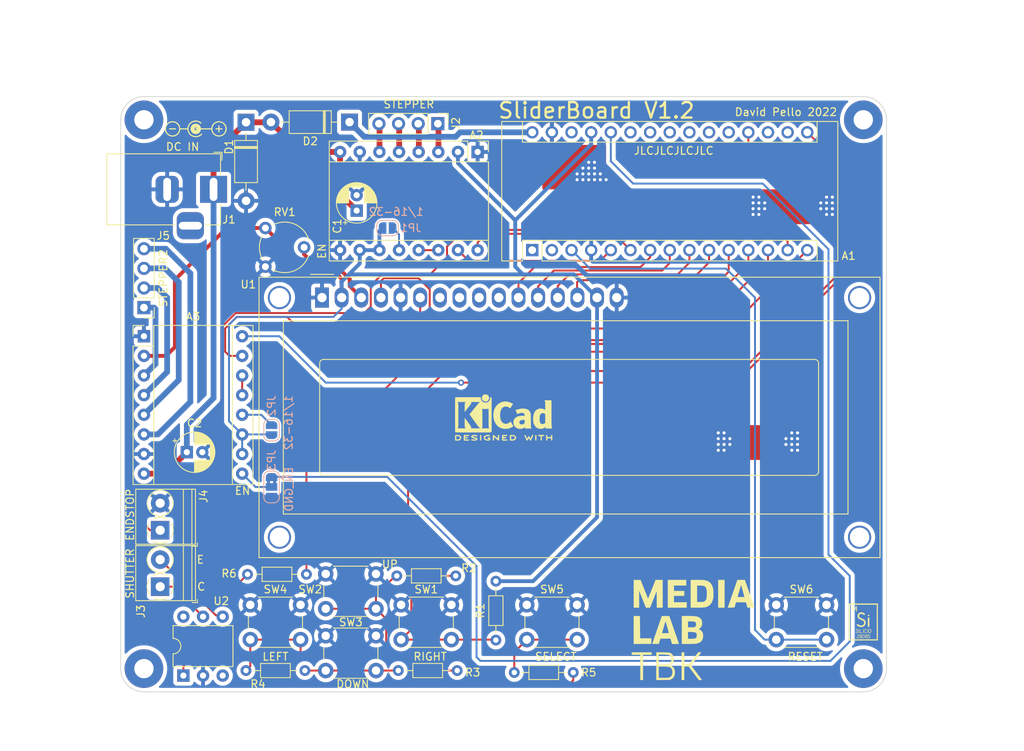
<source format=kicad_pcb>
(kicad_pcb (version 20211014) (generator pcbnew)
  (layers (0 "F.Cu" signal) (31 "B.Cu" signal) (34 "B.Paste" user) (35 "F.Paste" user) (36 "B.SilkS" user "B.Silkscreen") (37 "F.SilkS" user "F.Silkscreen") (38 "B.Mask" user) (39 "F.Mask" user) (44 "Edge.Cuts" user))
  (net 0 "")
  (net 3 "/RST")
  (net 4 "GND")
  (net 5 "/STEP")
  (net 6 "/DIR")
  (net 7 "/D4")
  (net 8 "/D5")
  (net 9 "/D6")
  (net 10 "/D7")
  (net 11 "/RS")
  (net 12 "/EN")
  (net 13 "/STEP2")
  (net 14 "/ENDSTOP")
  (net 15 "/CAM")
  (net 16 "/DIR2")
  (net 19 "/BUT")
  (net 26 "+5V")
  (net 28 "VDD")
  (net 29 "Net-(A2-Pad3)")
  (net 30 "Net-(A2-Pad4)")
  (net 31 "Net-(A2-Pad5)")
  (net 32 "Net-(A2-Pad6)")
  (net 33 "Net-(A2-Pad13)")
  (net 34 "Net-(A3-Pad13)")
  (net 35 "Net-(A2-Pad12)")
  (net 36 "Net-(A3-Pad12)")
  (net 37 "/M2_EN")
  (net 38 "Net-(R2-Pad2)")
  (net 39 "Net-(R3-Pad2)")
  (net 40 "Net-(R4-Pad2)")
  (net 41 "Net-(R5-Pad2)")
  (net 42 "Net-(R6-Pad2)")
  (net 43 "Net-(RV1-Pad2)")
  (net 50 "Net-(A3-Pad3)")
  (net 51 "Net-(A3-Pad4)")
  (net 52 "Net-(A3-Pad5)")
  (net 53 "Net-(A3-Pad6)")
  (net 54 "Net-(A1-Pad30)")
  (net 55 "Net-(A3-Pad9)")
  (net 56 "/C")
  (net 57 "/E")
  (footprint "Resistor_THT:R_Axial_DIN0204_L3.6mm_D1.6mm_P7.62mm_Horizontal" (layer "F.Cu") (at 136.5 137.69 -90)
    (fp_text reference "R1")
    (fp_text value "2K")
  )
  (footprint "Resistor_THT:R_Axial_DIN0204_L3.6mm_D1.6mm_P7.62mm_Horizontal" (layer "F.Cu") (at 112.01 136.8 180)
    (fp_text reference "R6")
    (fp_text value "330")
  )
  (footprint "TerminalBlock_Phoenix:TerminalBlock_Phoenix_PT-1,5-2-3.5-H_1x02_P3.50mm_Horizontal" (layer "F.Cu") (at 93.1 131.1 90)
    (fp_text reference "J4")
    (fp_text value "ENDSTOP")
  )
  (footprint "Potentiometer_THT:Potentiometer_Piher_PT-6-V_Vertical" (layer "F.Cu") (at 106.7 97)
    (fp_text reference "RV1")
    (fp_text value "10K")
  )
  (footprint "TerminalBlock_Phoenix:TerminalBlock_Phoenix_PT-1,5-2-3.5-H_1x02_P3.50mm_Horizontal" (layer "F.Cu") (at 93.1 138.4 90)
    (fp_text reference "J3")
    (fp_text value "SHUTTER")
  )
  (footprint "Module:Pololu_Breakout-16_15.2x20.3mm" (layer "F.Cu") (at 134.14 82.16 -90)
    (fp_text reference "A2")
    (fp_text value "Pololu_Breakout_A4988")
  )
  (footprint "Button_Switch_THT:SW_PUSH_6mm" (layer "F.Cu") (at 172.75 140.75)
    (fp_text reference "SW6")
    (fp_text value "RESET")
  )
  (footprint "Diode_THT:D_DO-41_SOD81_P10.16mm_Horizontal" (layer "F.Cu") (at 117.58 78.3 180)
    (fp_text reference "D2")
    (fp_text value "1N4004")
  )
  (footprint "" (layer "F.Cu") (at 184 149)
    (fp_text reference "")
    (fp_text value "")
  )
  (footprint "Display:WC1602A" (layer "F.Cu") (at 114.02 101)
    (fp_text reference "U1")
    (fp_text value "LCD-016N002L")
  )
  (footprint "Connector_PinHeader_2.54mm:PinHeader_1x04_P2.54mm_Vertical" (layer "F.Cu") (at 129 78.5 -90)
    (fp_text reference "J2")
    (fp_text value "STEPPER")
  )
  (footprint "Button_Switch_THT:SW_PUSH_6mm" (layer "F.Cu") (at 104.75 140.75)
    (fp_text reference "SW4")
    (fp_text value "LEFT")
  )
  (footprint "Resistor_THT:R_Axial_DIN0204_L3.6mm_D1.6mm_P7.62mm_Horizontal" (layer "F.Cu") (at 111.81 149.25 180)
    (fp_text reference "R4")
    (fp_text value "1K")
  )
  (footprint "MountingHole:MountingHole_2.5mm_Pad" (layer "F.Cu") (at 91 149)
    (fp_text reference "REF**" hide)
    (fp_text value "MountingHole_2.5mm_Pad" hide)
  )
  (footprint "Diode_THT:D_DO-41_SOD81_P10.16mm_Horizontal" (layer "F.Cu") (at 104.2 78.32 -90)
    (fp_text reference "D1")
    (fp_text value "1N4004")
  )
  (footprint "Module:Pololu_Breakout-16_15.2x20.3mm" (layer "F.Cu") (at 91 106)
    (fp_text reference "A3")
    (fp_text value "Pololu_Breakout_A4988")
  )
  (footprint "ladecadence:Si" (layer "F.Cu") (at 184 143)
    (fp_text reference "G***" hide)
    (fp_text value "LOGO" hide)
  )
  (footprint "Button_Switch_THT:SW_PUSH_6mm" (layer "F.Cu") (at 140.5 140.75)
    (fp_text reference "SW5")
    (fp_text value "SELECT")
  )
  (footprint "Button_Switch_THT:SW_PUSH_6mm" (layer "F.Cu") (at 114.5 144.75)
    (fp_text reference "SW3")
    (fp_text value "DOWN")
  )
  (footprint "Capacitor_THT:CP_Radial_D5.0mm_P2.00mm" (layer "F.Cu") (at 118.5 89.75 90)
    (fp_text reference "C1")
    (fp_text value "100uF")
  )
  (footprint "Resistor_THT:R_Axial_DIN0204_L3.6mm_D1.6mm_P7.62mm_Horizontal" (layer "F.Cu") (at 131.5 149.25 180)
    (fp_text reference "R3")
    (fp_text value "620")
  )
  (footprint "Button_Switch_THT:SW_PUSH_6mm" (layer "F.Cu") (at 124.25 140.75)
    (fp_text reference "SW1")
    (fp_text value "RIGHT")
  )
  (footprint "Symbol:Symbol_Barrel_Polarity" (layer "F.Cu") (at 97.7 79.1)
    (fp_text reference "REF**" hide)
    (fp_text value "Symbol_Barrel_Polarity" hide)
  )
  (footprint "Connector_BarrelJack:BarrelJack_Horizontal" (layer "F.Cu") (at 100 87)
    (fp_text reference "J1")
    (fp_text value "Jack-DC")
  )
  (footprint "Capacitor_THT:CP_Radial_D5.0mm_P2.00mm" (layer "F.Cu") (at 96.544888 121)
    (fp_text reference "C2")
    (fp_text value "100uF")
  )
  (footprint "Symbol:KiCad-Logo2_5mm_SilkScreen" (layer "F.Cu") (at 137.5 116.5)
    (fp_text reference "REF**" hide)
    (fp_text value "KiCad-Logo2_5mm_SilkScreen" hide)
  )
  (footprint "Resistor_THT:R_Axial_DIN0204_L3.6mm_D1.6mm_P7.62mm_Horizontal" (layer "F.Cu") (at 131.31 137 180)
    (fp_text reference "R2")
    (fp_text value "330")
  )
  (footprint "" (layer "F.Cu") (at 91 78)
    (fp_text reference "")
    (fp_text value "")
  )
  (footprint "Resistor_THT:R_Axial_DIN0204_L3.6mm_D1.6mm_P7.62mm_Horizontal" (layer "F.Cu") (at 146.5 149.5 180)
    (fp_text reference "R5")
    (fp_text value "3.3K")
  )
  (footprint "Package_DIP:DIP-6_W7.62mm" (layer "F.Cu") (at 96.1 149.9 90)
    (fp_text reference "U2")
    (fp_text value "4N35")
  )
  (footprint "Button_Switch_THT:SW_PUSH_6mm" (layer "F.Cu") (at 114.5 136.75)
    (fp_text reference "SW2")
    (fp_text value "UP")
  )
  (footprint "Medialab:medialab" (layer "F.Cu") (at 162 144)
    (fp_text reference "G***" hide)
    (fp_text value "LOGO" hide)
  )
  (footprint "Connector_PinHeader_2.54mm:PinHeader_1x04_P2.54mm_Vertical" (layer "F.Cu") (at 91 102.3 180)
    (fp_text reference "J5")
    (fp_text value "STEPPER2")
  )
  (footprint "" (layer "F.Cu") (at 184 78)
    (fp_text reference "")
    (fp_text value "")
  )
  (footprint "Module:Arduino_Nano" (layer "F.Cu") (at 141.2 94.86 90)
    (fp_text reference "A1")
    (fp_text value "Arduino_Nano_v3.x")
  )
  (footprint "Jumper:SolderJumper-2_P1.3mm_Open_RoundedPad1.0x1.5mm" (layer "B.Cu") (at 122.5 92)
    (fp_text reference "JP1")
    (fp_text value "1/16-32")
  )
  (footprint "Jumper:SolderJumper-2_P1.3mm_Open_RoundedPad1.0x1.5mm" (layer "B.Cu") (at 107.5 118.15 90)
    (fp_text reference "JP2")
    (fp_text value "1/16-32")
  )
  (footprint "Jumper:SolderJumper-3_P1.3mm_Bridged2Bar12_RoundedPad1.0x1.5mm" (layer "B.Cu") (at 107.5 125.5 -90)
    (fp_text reference "JP3")
    (fp_text value "EN_GND")
  )
  (gr_arc (start 88 78) (mid 88.886231 75.871156) (end 91.021319 75.000076) (layer "Edge.Cuts") (width 0.1))
  (gr_arc (start 91 152) (mid 88.87868 151.12132) (end 88 149) (layer "Edge.Cuts") (width 0.1))
  (gr_line (start 187 149) (end 187 78) (layer "Edge.Cuts") (width 0.1))
  (gr_line (start 91 152) (end 184 152) (layer "Edge.Cuts") (width 0.1))
  (gr_line (start 88 78) (end 88 149) (layer "Edge.Cuts") (width 0.1))
  (gr_arc (start 187 149) (mid 186.12132 151.12132) (end 184 152) (layer "Edge.Cuts") (width 0.1))
  (gr_arc (start 184 75) (mid 186.12132 75.87868) (end 187 78) (layer "Edge.Cuts") (width 0.1))
  (gr_line (start 184 75) (end 91.02132 75) (layer "Edge.Cuts") (width 0.1))
  (gr_text "E" (at 98.3 134.9) (layer "F.SilkS") (effects (font (size 1 1))))
  (gr_text "-" (at 94.7 79.1) (layer "F.SilkS") (effects (font (size 1 1))))
  (gr_text "SliderBoard V1.2\n" (at 149.5 76.8) (layer "F.SilkS") (effects (font (size 2 2) (thickness 0.3))))
  (gr_text "David Pello 2022" (at 174 77) (layer "F.SilkS") (effects (font (size 1 1))))
  (gr_text "C" (at 98.4 138.4) (layer "F.SilkS") (effects (font (size 1 1))))
  (gr_text "EN" (at 114 95 90) (layer "F.SilkS") (effects (font (size 1 1))))
  (gr_text "JLCJLCJLCJLC" (at 159.5 82) (layer "F.SilkS") (effects (font (size 1 1))))
  (gr_text "ENDSTOP" (at 89.2 129.1 90) (layer "F.SilkS") (effects (font (size 1 1))))
  (gr_text "+" (at 100.7 79.1) (layer "F.SilkS") (effects (font (size 1 1))))
  (gr_text "EN" (at 103.75 126) (layer "F.SilkS") (effects (font (size 1 1))))
  (gr_text "DC IN" (at 96 81.5) (layer "F.SilkS") (effects (font (size 1 1))))
  (gr_text "SHUTTER" (at 89.2 136.7 90) (layer "F.SilkS") (effects (font (size 1 1))))
  (segment (start 171.25 145.25) (end 170 144) (width 0.25) (layer "B.Cu") (net 3))
  (segment (start 170 101) (end 166.25 97.25) (width 0.25) (layer "B.Cu") (net 3))
  (segment (start 166.25 97.25) (end 148.67 97.25) (width 0.25) (layer "B.Cu") (net 3))
  (segment (start 172.75 145.25) (end 179.25 145.25) (width 0.25) (layer "B.Cu") (net 3))
  (segment (start 172.75 145.25) (end 171.25 145.25) (width 0.25) (layer "B.Cu") (net 3))
  (segment (start 170 144) (end 170 101) (width 0.25) (layer "B.Cu") (net 3))
  (segment (start 148.67 97.25) (end 146.28 94.86) (width 0.25) (layer "B.Cu") (net 3))
  (via (at 165.25 120.75) (size 0.8) (drill 0.4) (layers "F.Cu" "B.Cu") (net 4))
  (via (at 175.5 120) (size 0.8) (drill 0.4) (layers "F.Cu" "B.Cu") (net 4))
  (via (at 166 118.5) (size 0.8) (drill 0.4) (layers "F.Cu" "B.Cu") (net 4))
  (via (at 170.5 88.75) (size 0.8) (drill 0.4) (layers "F.Cu" "B.Cu") (net 4))
  (via (at 175.5 120.75) (size 0.8) (drill 0.4) (layers "F.Cu" "B.Cu") (net 4))
  (via (at 179.25 90.25) (size 0.8) (drill 0.4) (layers "F.Cu" "B.Cu") (net 4))
  (via (at 175.5 118.5) (size 0.8) (drill 0.4) (layers "F.Cu" "B.Cu") (net 4))
  (via (at 169.75 90.25) (size 0.8) (drill 0.4) (layers "F.Cu" "B.Cu") (net 4))
  (via (at 174.75 120) (size 0.8) (drill 0.4) (layers "F.Cu" "B.Cu") (net 4))
  (via (at 148.5 85.75) (size 0.8) (drill 0.4) (layers "F.Cu" "B.Cu") (net 4))
  (via (at 147 85) (size 0.8) (drill 0.4) (layers "F.Cu" "B.Cu") (net 4))
  (via (at 171.25 89.5) (size 0.8) (drill 0.4) (layers "F.Cu" "B.Cu") (net 4))
  (via (at 180 90.25) (size 0.8) (drill 0.4) (layers "F.Cu" "B.Cu") (net 4))
  (via (at 149.25 85) (size 0.8) (drill 0.4) (layers "F.Cu" "B.Cu") (net 4))
  (via (at 148.5 84.25) (size 0.8) (drill 0.4) (layers "F.Cu" "B.Cu") (net 4))
  (via (at 150 85.75) (size 0.8) (drill 0.4) (layers "F.Cu" "B.Cu") (net 4))
  (via (at 150 85) (size 0.8) (drill 0.4) (layers "F.Cu" "B.Cu") (net 4))
  (via (at 174.75 119.25) (size 0.8) (drill 0.4) (layers "F.Cu" "B.Cu") (net 4))
  (via (at 148.5 85) (size 0.8) (drill 0.4) (layers "F.Cu" "B.Cu") (net 4))
  (via (at 165.25 119.25) (size 0.8) (drill 0.4) (layers "F.Cu" "B.Cu") (net 4))
  (via (at 147.75 85.75) (size 0.8) (drill 0.4) (layers "F.Cu" "B.Cu") (net 4))
  (via (at 147.75 85) (size 0.8) (drill 0.4) (layers "F.Cu" "B.Cu") (net 4))
  (via (at 150.75 85.75) (size 0.8) (drill 0.4) (layers "F.Cu" "B.Cu") (net 4))
  (via (at 180 88) (size 0.8) (drill 0.4) (layers "F.Cu" "B.Cu") (net 4))
  (via (at 169.75 88.75) (size 0.8) (drill 0.4) (layers "F.Cu" "B.Cu") (net 4))
  (via (at 149.25 83.5) (size 0.8) (drill 0.4) (layers "F.Cu" "B.Cu") (net 4))
  (via (at 147.75 84.25) (size 0.8) (drill 0.4) (layers "F.Cu" "B.Cu") (net 4))
  (via (at 149.25 85.75) (size 0.8) (drill 0.4) (layers "F.Cu" "B.Cu") (net 4))
  (via (at 174 119.25) (size 0.8) (drill 0.4) (layers "F.Cu" "B.Cu") (net 4))
  (via (at 147 85.75) (size 0.8) (drill 0.4) (layers "F.Cu" "B.Cu") (net 4))
  (via (at 166 119.25) (size 0.8) (drill 0.4) (layers "F.Cu" "B.Cu") (net 4))
  (via (at 169.75 88) (size 0.8) (drill 0.4) (layers "F.Cu" "B.Cu") (net 4))
  (via (at 166 120) (size 0.8) (drill 0.4) (layers "F.Cu" "B.Cu") (net 4))
  (via (at 174.75 120.75) (size 0.8) (drill 0.4) (layers "F.Cu" "B.Cu") (net 4))
  (via (at 166.75 120) (size 0.8) (drill 0.4) (layers "F.Cu" "B.Cu") (net 4))
  (via (at 179.25 89.5) (size 0.8) (drill 0.4) (layers "F.Cu" "B.Cu") (net 4))
  (via (at 149.25 84.25) (size 0.8) (drill 0.4) (layers "F.Cu" "B.Cu") (net 4))
  (via (at 179.25 88.75) (size 0.8) (drill 0.4) (layers "F.Cu" "B.Cu") (net 4))
  (via (at 169.75 89.5) (size 0.8) (drill 0.4) (layers "F.Cu" "B.Cu") (net 4))
  (via (at 148.5 83.5) (size 0.8) (drill 0.4) (layers "F.Cu" "B.Cu") (net 4))
  (via (at 175.5 119.25) (size 0.8) (drill 0.4) (layers "F.Cu" "B.Cu") (net 4))
  (via (at 174 120) (size 0.8) (drill 0.4) (layers "F.Cu" "B.Cu") (net 4))
  (via (at 171.25 88.75) (size 0.8) (drill 0.4) (layers "F.Cu" "B.Cu") (net 4))
  (via (at 174.75 118.5) (size 0.8) (drill 0.4) (layers "F.Cu" "B.Cu") (net 4))
  (via (at 165.25 120) (size 0.8) (drill 0.4) (layers "F.Cu" "B.Cu") (net 4))
  (via (at 165.25 118.5) (size 0.8) (drill 0.4) (layers "F.Cu" "B.Cu") (net 4))
  (via (at 178.5 88.75) (size 0.8) (drill 0.4) (layers "F.Cu" "B.Cu") (net 4))
  (via (at 166.75 119.25) (size 0.8) (drill 0.4) (layers "F.Cu" "B.Cu") (net 4))
  (via (at 170.5 89.5) (size 0.8) (drill 0.4) (layers "F.Cu" "B.Cu") (net 4))
  (via (at 178.5 89.5) (size 0.8) (drill 0.4) (layers "F.Cu" "B.Cu") (net 4))
  (via (at 170.5 88) (size 0.8) (drill 0.4) (layers "F.Cu" "B.Cu") (net 4))
  (via (at 180 89.5) (size 0.8) (drill 0.4) (layers "F.Cu" "B.Cu") (net 4))
  (via (at 180 88.75) (size 0.8) (drill 0.4) (layers "F.Cu" "B.Cu") (net 4))
  (via (at 166 120.75) (size 0.8) (drill 0.4) (layers "F.Cu" "B.Cu") (net 4))
  (via (at 179.25 88) (size 0.8) (drill 0.4) (layers "F.Cu" "B.Cu") (net 4))
  (via (at 170.5 90.25) (size 0.8) (drill 0.4) (layers "F.Cu" "B.Cu") (net 4))
  (segment (start 149.97 96.25) (end 132.99 96.25) (width 0.25) (layer "F.Cu") (net 5))
  (segment (start 151.36 94.86) (end 149.97 96.25) (width 0.25) (layer "F.Cu") (net 5))
  (segment (start 132.99 96.25) (end 131.6 94.86) (width 0.25) (layer "F.Cu") (net 5))
  (segment (start 135.25 92.75) (end 134.14 93.86) (width 0.25) (layer "F.Cu") (net 6))
  (segment (start 153.9 94.86) (end 151.79 92.75) (width 0.25) (layer "F.Cu") (net 6))
  (segment (start 134.14 93.86) (end 134.14 94.86) (width 0.25) (layer "F.Cu") (net 6))
  (segment (start 151.79 92.75) (end 135.25 92.75) (width 0.25) (layer "F.Cu") (net 6))
  (segment (start 155.19952 97.05048) (end 156.44 95.81) (width 0.25) (layer "F.Cu") (net 7))
  (segment (start 141.5 97.05048) (end 139.42 99.13048) (width 0.25) (layer "F.Cu") (net 7))
  (segment (start 156.44 95.81) (end 156.44 94.86) (width 0.25) (layer "F.Cu") (net 7))
  (segment (start 141.5 97.05048) (end 155.19952 97.05048) (width 0.25) (layer "F.Cu") (net 7))
  (segment (start 139.42 99.13048) (end 139.42 101) (width 0.25) (layer "F.Cu") (net 7))
  (segment (start 158 97.5) (end 158.98 96.52) (width 0.25) (layer "F.Cu") (net 8))
  (segment (start 144 97.5) (end 158 97.5) (width 0.25) (layer "F.Cu") (net 8))
  (segment (start 141.96 101) (end 141.96 99.54) (width 0.25) (layer "F.Cu") (net 8))
  (segment (start 158.98 94.86) (end 158.98 96.52) (width 0.25) (layer "F.Cu") (net 8))
  (segment (start 144 97.5) (end 141.96 99.54) (width 0.25) (layer "F.Cu") (net 8))
  (segment (start 161.52 94.86) (end 161.52 96.48) (width 0.25) (layer "F.Cu") (net 9))
  (segment (start 146 98) (end 144.5 99.5) (width 0.25) (layer "F.Cu") (net 9))
  (segment (start 144.5 99.5) (end 144.5 101) (width 0.25) (layer "F.Cu") (net 9))
  (segment (start 161.52 96.48) (end 160 98) (width 0.25) (layer "F.Cu") (net 9))
  (segment (start 160 98) (end 146 98) (width 0.25) (layer "F.Cu") (net 9))
  (segment (start 147.25 98.75) (end 147 99) (width 0.25) (layer "F.Cu") (net 10))
  (segment (start 164.06 96.44) (end 161.75 98.75) (width 0.25) (layer "F.Cu") (net 10))
  (segment (start 147 99) (end 147 100.96) (width 0.25) (layer "F.Cu") (net 10))
  (segment (start 164.06 94.86) (end 164.06 96.44) (width 0.25) (layer "F.Cu") (net 10))
  (segment (start 161.75 98.75) (end 147.25 98.75) (width 0.25) (layer "F.Cu") (net 10))
  (segment (start 147 100.96) (end 147.04 101) (width 0.25) (layer "F.Cu") (net 10))
  (segment (start 127.94452 102.529712) (end 127.94452 99.94452) (width 0.25) (layer "F.Cu") (net 11))
  (segment (start 166.6 97.65) (end 159.25 105) (width 0.25) (layer "F.Cu") (net 11))
  (segment (start 126.5 98.5) (end 122 98.5) (width 0.25) (layer "F.Cu") (net 11))
  (segment (start 127.94452 99.94452) (end 126.5 98.5) (width 0.25) (layer "F.Cu") (net 11))
  (segment (start 166.6 94.86) (end 166.6 97.65) (width 0.25) (layer "F.Cu") (net 11))
  (segment (start 122 98.5) (end 121.64 98.86) (width 0.25) (layer "F.Cu") (net 11))
  (segment (start 159.25 105) (end 130.414808 105) (width 0.25) (layer "F.Cu") (net 11))
  (segment (start 121.64 98.86) (end 121.64 101) (width 0.25) (layer "F.Cu") (net 11))
  (segment (start 130.414808 105) (end 127.94452 102.529712) (width 0.25) (layer "F.Cu") (net 11))
  (segment (start 169.14 94.86) (end 169.14 96.61) (width 0.25) (layer "F.Cu") (net 12))
  (segment (start 126.72 104.22) (end 126.72 101) (width 0.25) (layer "F.Cu") (net 12))
  (segment (start 129 106.5) (end 126.72 104.22) (width 0.25) (layer "F.Cu") (net 12))
  (segment (start 169.14 96.61) (end 159.25 106.5) (width 0.25) (layer "F.Cu") (net 12))
  (segment (start 159.25 106.5) (end 129 106.5) (width 0.25) (layer "F.Cu") (net 12))
  (segment (start 103.7 108.54) (end 102.04 108.54) (width 0.25) (layer "F.Cu") (net 13))
  (segment (start 113 107) (end 161 107) (width 0.25) (layer "F.Cu") (net 13))
  (segment (start 171.68 96.32) (end 171.68 94.86) (width 0.25) (layer "F.Cu") (net 13))
  (segment (start 109.5 103.5) (end 113 107) (width 0.25) (layer "F.Cu") (net 13))
  (segment (start 103 103.5) (end 109.5 103.5) (width 0.25) (layer "F.Cu") (net 13))
  (segment (start 101.5 108) (end 101.5 105) (width 0.25) (layer "F.Cu") (net 13))
  (segment (start 101.5 105) (end 103 103.5) (width 0.25) (layer "F.Cu") (net 13))
  (segment (start 161 107) (end 171.68 96.32) (width 0.25) (layer "F.Cu") (net 13))
  (segment (start 102.04 108.54) (end 101.5 108) (width 0.25) (layer "F.Cu") (net 13))
  (segment (start 120.32452 99.443748) (end 121.717788 98.05048) (width 0.25) (layer "F.Cu") (net 14))
  (segment (start 91.3 125.3) (end 98.8 125.3) (width 0.25) (layer "F.Cu") (net 14))
  (segment (start 98.8 125.3) (end 101 123.1) (width 0.25) (layer "F.Cu") (net 14))
  (segment (start 172.75 92.25) (end 174.22 93.72) (width 0.25) (layer "F.Cu") (net 14))
  (segment (start 130.184511 94.394211) (end 132.328722 92.25) (width 0.25) (layer "F.Cu") (net 14))
  (segment (start 121.717788 98.05048) (end 127.94952 98.05048) (width 0.25) (layer "F.Cu") (net 14))
  (segment (start 120.32452 102.17548) (end 120.32452 99.443748) (width 0.25) (layer "F.Cu") (net 14))
  (segment (start 101 123.1) (end 101 104.864282) (width 0.25) (layer "F.Cu") (net 14))
  (segment (start 93.1 131.1) (end 91.8 131.1) (width 0.25) (layer "F.Cu") (net 14))
  (segment (start 119.5 103) (end 120.32452 102.17548) (width 0.25) (layer "F.Cu") (net 14))
  (segment (start 101 104.864282) (end 102.864282 103) (width 0.25) (layer "F.Cu") (net 14))
  (segment (start 90.3 129.6) (end 90.3 126.3) (width 0.25) (layer "F.Cu") (net 14))
  (segment (start 91.8 131.1) (end 90.3 129.6) (width 0.25) (layer "F.Cu") (net 14))
  (segment (start 130.184511 95.815489) (end 130.184511 94.394211) (width 0.25) (layer "F.Cu") (net 14))
  (segment (start 102.864282 103) (end 119.5 103) (width 0.25) (layer "F.Cu") (net 14))
  (segment (start 132.328722 92.25) (end 172.75 92.25) (width 0.25) (layer "F.Cu") (net 14))
  (segment (start 174.22 93.72) (end 174.22 94.86) (width 0.25) (layer "F.Cu") (net 14))
  (segment (start 127.94952 98.05048) (end 130.184511 95.815489) (width 0.25) (layer "F.Cu") (net 14))
  (segment (start 90.3 126.3) (end 91.3 125.3) (width 0.25) (layer "F.Cu") (net 14))
  (segment (start 112.01 122.99) (end 112.01 136.8) (width 0.25) (layer "F.Cu") (net 15))
  (segment (start 163.62 108) (end 127 108) (width 0.25) (layer "F.Cu") (net 15))
  (segment (start 127 108) (end 112.01 122.99) (width 0.25) (layer "F.Cu") (net 15))
  (segment (start 176.76 94.86) (end 163.62 108) (width 0.25) (layer "F.Cu") (net 15))
  (segment (start 134.5 112) (end 132 112) (width 0.25) (layer "F.Cu") (net 16))
  (segment (start 182 97.5) (end 167.5 112) (width 0.25) (layer "F.Cu") (net 16))
  (segment (start 181.64 84.5) (end 182 84.86) (width 0.25) (layer "F.Cu") (net 16))
  (segment (start 182 84.86) (end 182 97.5) (width 0.25) (layer "F.Cu") (net 16))
  (segment (start 167.5 112) (end 134.5 112) (width 0.25) (layer "F.Cu") (net 16))
  (segment (start 176.76 79.62) (end 181.64 84.5) (width 0.25) (layer "F.Cu") (net 16))
  (via (at 132 112) (size 0.8) (drill 0.4) (layers "F.Cu" "B.Cu") (net 16))
  (segment (start 114.5 112) (end 108.5 106) (width 0.25) (layer "B.Cu") (net 16))
  (segment (start 132 112) (end 114.5 112) (width 0.25) (layer "B.Cu") (net 16))
  (segment (start 108.5 106) (end 103.7 106) (width 0.25) (layer "B.Cu") (net 16))
  (segment (start 168.25 110.5) (end 181.5 97.25) (width 0.25) (layer "F.Cu") (net 19))
  (segment (start 131.31 137) (end 125.999022 137) (width 0.25) (layer "F.Cu") (net 19))
  (segment (start 181.5 86) (end 177.5 82) (width 0.25) (layer "F.Cu") (net 19))
  (segment (start 125.574511 143.925489) (end 125.574511 137.424511) (width 0.25) (layer "F.Cu") (net 19))
  (segment (start 181.5 97.25) (end 181.5 86) (width 0.25) (layer "F.Cu") (net 19))
  (segment (start 124.25 145.25) (end 125.574511 143.925489) (width 0.25) (layer "F.Cu") (net 19))
  (segment (start 169.75 82) (end 169.14 81.39) (width 0.25) (layer "F.Cu") (net 19))
  (segment (start 125.574511 137.424511) (end 125.15 137) (width 0.25) (layer "F.Cu") (net 19))
  (segment (start 125.999022 137) (end 125.574511 137.424511) (width 0.25) (layer "F.Cu") (net 19))
  (segment (start 125.15 137) (end 125.15 115.35) (width 0.25) (layer "F.Cu") (net 19))
  (segment (start 130.75 145.25) (end 136.44 145.25) (width 0.25) (layer "F.Cu") (net 19))
  (segment (start 130.75 145.25) (end 124.25 145.25) (width 0.25) (layer "F.Cu") (net 19))
  (segment (start 130 110.5) (end 168.25 110.5) (width 0.25) (layer "F.Cu") (net 19))
  (segment (start 169.14 81.39) (end 169.14 79.62) (width 0.25) (layer "F.Cu") (net 19))
  (segment (start 136.44 145.25) (end 136.5 145.31) (width 0.25) (layer "F.Cu") (net 19))
  (segment (start 177.5 82) (end 169.75 82) (width 0.25) (layer "F.Cu") (net 19))
  (segment (start 125.15 115.35) (end 130 110.5) (width 0.25) (layer "F.Cu") (net 19))
  (segment (start 112.38 97.68) (end 106.7 92) (width 0.5) (layer "F.Cu") (net 26))
  (segment (start 116.56 101) (end 116.56 98.56) (width 0.5) (layer "F.Cu") (net 26))
  (segment (start 115.68 97.68) (end 112.38 97.68) (width 0.5) (layer "F.Cu") (net 26))
  (segment (start 93.86 108.54) (end 91 108.54) (width 0.5) (layer "F.Cu") (net 26))
  (segment (start 116.56 98.56) (end 115.68 97.68) (width 0.5) (layer "F.Cu") (net 26))
  (segment (start 101.7 92) (end 95 98.7) (width 0.5) (layer "F.Cu") (net 26))
  (segment (start 106.7 92) (end 101.7 92) (width 0.5) (layer "F.Cu") (net 26))
  (segment (start 95 107.4) (end 93.86 108.54) (width 0.5) (layer "F.Cu") (net 26))
  (segment (start 95 98.7) (end 95 107.4) (width 0.5) (layer "F.Cu") (net 26))
  (segment (start 146.2 83.8) (end 148.82 81.18) (width 0.5) (layer "B.Cu") (net 26))
  (segment (start 140 98) (end 139 97) (width 0.5) (layer "B.Cu") (net 26))
  (segment (start 121.44 92.41) (end 121.85 92) (width 0.5) (layer "B.Cu") (net 26))
  (segment (start 149.58 101) (end 149.58 129.42) (width 0.5) (layer "B.Cu") (net 26))
  (segment (start 103.7 118.7) (end 107.4 118.7) (width 0.25) (layer "B.Cu") (net 26))
  (segment (start 115.5 103.5) (end 103 103.5) (width 0.25) (layer "B.Cu") (net 26))
  (segment (start 148.82 81.18) (end 148.82 79.62) (width 0.5) (layer "B.Cu") (net 26))
  (segment (start 117.5 98) (end 118.9 96.6) (width 0.5) (layer "B.Cu") (net 26))
  (segment (start 149.58 129.42) (end 141.31 137.69) (width 0.5) (layer "B.Cu") (net 26))
  (segment (start 116.56 99.06) (end 116.56 101) (width 0.5) (layer "B.Cu") (net 26))
  (segment (start 103.7 118.7) (end 103.7 121.24) (width 0.25) (layer "B.Cu") (net 26))
  (segment (start 118.9 96.6) (end 118.9 94.86) (width 0.5) (layer "B.Cu") (net 26))
  (segment (start 121.44 94.86) (end 121.44 92.41) (width 0.5) (layer "B.Cu") (net 26))
  (segment (start 118.9 94.86) (end 121.44 94.86) (width 0.5) (layer "B.Cu") (net 26))
  (segment (start 140 98) (end 117.5 98) (width 0.5) (layer "B.Cu") (net 26))
  (segment (start 131.6 83.6) (end 139 91) (width 0.5) (layer "B.Cu") (net 26))
  (segment (start 146.58 98) (end 140 98) (width 0.5) (layer "B.Cu") (net 26))
  (segment (start 131.6 82.16) (end 131.6 83.6) (width 0.5) (layer "B.Cu") (net 26))
  (segment (start 107.4 118.7) (end 107.5 118.8) (width 0.25) (layer "B.Cu") (net 26))
  (segment (start 139 97) (end 139 91) (width 0.5) (layer "B.Cu") (net 26))
  (segment (start 102 104.5) (end 102 117) (width 0.25) (layer "B.Cu") (net 26))
  (segment (start 116.56 102.44) (end 115.5 103.5) (width 0.25) (layer "B.Cu") (net 26))
  (segment (start 139 91) (end 146.2 83.8) (width 0.5) (layer "B.Cu") (net 26))
  (segment (start 116.5 99) (end 116.56 99.06) (width 0.5) (layer "B.Cu") (net 26))
  (segment (start 117.5 98) (end 116.5 99) (width 0.5) (layer "B.Cu") (net 26))
  (segment (start 102 117) (end 103.7 118.7) (width 0.25) (layer "B.Cu") (net 26))
  (segment (start 103 103.5) (end 102 104.5) (width 0.25) (layer "B.Cu") (net 26))
  (segment (start 116.56 101) (end 116.56 102.44) (width 0.25) (layer "B.Cu") (net 26))
  (segment (start 141.31 137.69) (end 136.5 137.69) (width 0.5) (layer "B.Cu") (net 26))
  (segment (start 149.58 101) (end 146.58 98) (width 0.5) (layer "B.Cu") (net 26))
  (segment (start 116.36 82.16) (end 111.28 82.16) (width 0.75) (layer "F.Cu") (net 28))
  (segment (start 100 82.52) (end 104.2 78.32) (width 0.75) (layer "F.Cu") (net 28))
  (segment (start 116.36 87.61) (end 118.5 89.75) (width 0.75) (layer "F.Cu") (net 28))
  (segment (start 100 87) (end 100 82.52) (width 0.75) (layer "F.Cu") (net 28))
  (segment (start 93.764888 123.78) (end 96.544888 121) (width 0.75) (layer "F.Cu") (net 28))
  (segment (start 111.28 82.16) (end 107.42 78.3) (width 0.75) (layer "F.Cu") (net 28))
  (segment (start 91 123.78) (end 93.764888 123.78) (width 0.75) (layer "F.Cu") (net 28))
  (segment (start 104.2 78.32) (end 107.4 78.32) (width 0.75) (layer "F.Cu") (net 28))
  (segment (start 107.4 78.32) (end 107.42 78.3) (width 0.75) (layer "F.Cu") (net 28))
  (segment (start 116.36 82.16) (end 116.36 87.61) (width 0.75) (layer "F.Cu") (net 28))
  (segment (start 100 114) (end 100 87) (width 0.75) (layer "B.Cu") (net 28))
  (segment (start 96.544888 117.455112) (end 100 114) (width 0.75) (layer "B.Cu") (net 28))
  (segment (start 96.544888 121) (end 96.544888 117.455112) (width 0.75) (layer "B.Cu") (net 28))
  (segment (start 129 78.5) (end 129.08 78.58) (width 0.75) (layer "F.Cu") (net 29))
  (segment (start 129.08 82.14) (end 129.06 82.16) (width 0.75) (layer "F.Cu") (net 29))
  (segment (start 129.08 78.58) (end 129.08 82.14) (width 0.75) (layer "F.Cu") (net 29))
  (segment (start 126.46 78.5) (end 126.54 78.58) (width 0.75) (layer "F.Cu") (net 30))
  (segment (start 126.54 82.14) (end 126.52 82.16) (width 0.75) (layer "F.Cu") (net 30))
  (segment (start 126.54 78.58) (end 126.54 82.14) (width 0.75) (layer "F.Cu") (net 30))
  (segment (start 124 78.58) (end 124 82.14) (width 0.75) (layer "F.Cu") (net 31))
  (segment (start 123.92 78.5) (end 124 78.58) (width 0.75) (layer "F.Cu") (net 31))
  (segment (start 124 82.14) (end 123.98 82.16) (width 0.75) (layer "F.Cu") (net 31))
  (segment (start 121.46 82.14) (end 121.44 82.16) (width 0.75) (layer "F.Cu") (net 32))
  (segment (start 121.46 78.58) (end 121.46 82.14) (width 0.75) (layer "F.Cu") (net 32))
  (segment (start 121.38 78.5) (end 121.46 78.58) (width 0.75) (layer "F.Cu") (net 32))
  (segment (start 126.52 94.86) (end 129.06 94.86) (width 0.25) (layer "F.Cu") (net 33))
  (segment (start 103.7 111.08) (end 103.7 113.62) (width 0.25) (layer "F.Cu") (net 34))
  (segment (start 123.15 92) (end 123.98 92.83) (width 0.25) (layer "B.Cu") (net 35))
  (segment (start 123.98 92.83) (end 123.98 94.86) (width 0.25) (layer "B.Cu") (net 35))
  (segment (start 107.5 117.5) (end 106.16 116.16) (width 0.25) (layer "B.Cu") (net 36))
  (segment (start 106.16 116.16) (end 103.7 116.16) (width 0.25) (layer "B.Cu") (net 36))
  (segment (start 134.5 148) (end 179.75 148) (width 0.25) (layer "B.Cu") (net 37))
  (segment (start 134 135.75) (end 134 147.5) (width 0.25) (layer "B.Cu") (net 37))
  (segment (start 122.45 124.2) (end 134 135.75) (width 0.25) (layer "B.Cu") (net 37))
  (segment (start 182.25 145.5) (end 182.25 137) (width 0.25) (layer "B.Cu") (net 37))
  (segment (start 154.25 86.25) (end 151.36 83.36) (width 0.25) (layer "B.Cu") (net 37))
  (segment (start 151.36 83.36) (end 151.36 79.62) (width 0.25) (layer "B.Cu") (net 37))
  (segment (start 179.5 134.25) (end 179.5 94.75) (width 0.25) (layer "B.Cu") (net 37))
  (segment (start 171 86.25) (end 154.25 86.25) (width 0.25) (layer "B.Cu") (net 37))
  (segment (start 182.25 137) (end 179.5 134.25) (width 0.25) (layer "B.Cu") (net 37))
  (segment (start 179.75 148) (end 182.25 145.5) (width 0.25) (layer "B.Cu") (net 37))
  (segment (start 134 147.5) (end 134.5 148) (width 0.25) (layer "B.Cu") (net 37))
  (segment (start 179.5 94.75) (end 171 86.25) (width 0.25) (layer "B.Cu") (net 37))
  (segment (start 107.5 124.2) (end 122.45 124.2) (width 0.25) (layer "B.Cu") (net 37))
  (segment (start 121 141.25) (end 121 139.5) (width 0.25) (layer "F.Cu") (net 38))
  (segment (start 121 139.5) (end 123.5 137) (width 0.25) (layer "F.Cu") (net 38))
  (segment (start 123.5 137) (end 123.69 137) (width 0.25) (layer "F.Cu") (net 38))
  (segment (start 122.324511 146.749511) (end 122.324511 142.574511) (width 0.25) (layer "F.Cu") (net 38))
  (segment (start 114.5 141.25) (end 121 141.25) (width 0.25) (layer "F.Cu") (net 38))
  (segment (start 122.324511 142.574511) (end 121 141.25) (width 0.25) (layer "F.Cu") (net 38))
  (segment (start 123.075 147.5) (end 122.324511 146.749511) (width 0.25) (layer "F.Cu") (net 38))
  (segment (start 125 147.5) (end 123.075 147.5) (width 0.25) (layer "F.Cu") (net 38))
  (segment (start 131.5 149.25) (end 126.75 149.25) (width 0.25) (layer "F.Cu") (net 38))
  (segment (start 126.75 149.25) (end 125 147.5) (width 0.25) (layer "F.Cu") (net 38))
  (segment (start 112.15 149.25) (end 114.5 149.25) (width 0.25) (layer "F.Cu") (net 39))
  (segment (start 114.5 149.25) (end 121 149.25) (width 0.25) (layer "F.Cu") (net 39))
  (segment (start 121 149.25) (end 123.88 149.25) (width 0.25) (layer "F.Cu") (net 39))
  (segment (start 111.25 145.25) (end 111.25 146.75) (width 0.25) (layer "F.Cu") (net 40))
  (segment (start 104.75 145.25) (end 111.25 145.25) (width 0.25) (layer "F.Cu") (net 40))
  (segment (start 111.25 146.75) (end 110.5 147.5) (width 0.25) (layer "F.Cu") (net 40))
  (segment (start 111 151) (end 146 151) (width 0.25) (layer "F.Cu") (net 40))
  (segment (start 110.5 147.5) (end 110.5 150.5) (width 0.25) (layer "F.Cu") (net 40))
  (segment (start 104.75 145.25) (end 104.75 148.69) (width 0.25) (layer "F.Cu") (net 40))
  (segment (start 104.75 148.69) (end 104.19 149.25) (width 0.25) (layer "F.Cu") (net 40))
  (segment (start 146.5 150.5) (end 146.5 149.5) (width 0.25) (layer "F.Cu") (net 40))
  (segment (start 146 151) (end 146.5 150.5) (width 0.25) (layer "F.Cu") (net 40))
  (segment (start 110.5 150.5) (end 111 151) (width 0.25) (layer "F.Cu") (net 40))
  (segment (start 147 145.25) (end 140.5 145.25) (width 0.25) (layer "F.Cu") (net 41))
  (segment (start 138.88 146.87) (end 140.5 145.25) (width 0.25) (layer "F.Cu") (net 41))
  (segment (start 138.88 149.5) (end 138.88 146.87) (width 0.25) (layer "F.Cu") (net 41))
  (segment (start 96.1 148.7) (end 96.1 149.9) (width 0.25) (layer "F.Cu") (net 42))
  (segment (start 101.4 147.9) (end 96.9 147.9) (width 0.25) (layer "F.Cu") (net 42))
  (segment (start 96.9 147.9) (end 96.1 148.7) (width 0.25) (layer "F.Cu") (net 42))
  (segment (start 104.39 136.8) (end 102.7 138.49) (width 0.25) (layer "F.Cu") (net 42))
  (segment (start 102.7 138.49) (end 102.7 146.6) (width 0.25) (layer "F.Cu") (net 42))
  (segment (start 102.7 146.6) (end 101.4 147.9) (width 0.25) (layer "F.Cu") (net 42))
  (segment (start 112.9 96.6) (end 111.7 95.4) (width 0.5) (layer "F.Cu") (net 43))
  (segment (start 115.589949 96.6) (end 112.9 96.6) (width 0.5) (layer "F.Cu") (net 43))
  (segment (start 117.609511 99.509511) (end 117.609511 98.619562) (width 0.5) (layer "F.Cu") (net 43))
  (segment (start 117.609511 98.619562) (end 115.589949 96.6) (width 0.5) (layer "F.Cu") (net 43))
  (segment (start 111.7 95.4) (end 111.7 94.5) (width 0.5) (layer "F.Cu") (net 43))
  (segment (start 119.1 101) (end 117.609511 99.509511) (width 0.5) (layer "F.Cu") (net 43))
  (segment (start 92.5 102.5) (end 92.3 102.3) (width 0.75) (layer "B.Cu") (net 50))
  (segment (start 92.5 109.58) (end 92.5 102.5) (width 0.75) (layer "B.Cu") (net 50))
  (segment (start 92.3 102.3) (end 91 102.3) (width 0.75) (layer "B.Cu") (net 50))
  (segment (start 91 111.08) (end 92.5 109.58) (width 0.75) (layer "B.Cu") (net 50))
  (segment (start 94 110.62) (end 94 101) (width 0.75) (layer "B.Cu") (net 51))
  (segment (start 94 101) (end 92.76 99.76) (width 0.75) (layer "B.Cu") (net 51))
  (segment (start 91 113.62) (end 94 110.62) (width 0.75) (layer "B.Cu") (net 51))
  (segment (start 92.76 99.76) (end 91 99.76) (width 0.75) (layer "B.Cu") (net 51))
  (segment (start 91 116.16) (end 95.5 111.66) (width 0.75) (layer "B.Cu") (net 52))
  (segment (start 95.5 99) (end 93.72 97.22) (width 0.75) (layer "B.Cu") (net 52))
  (segment (start 95.5 111.66) (end 95.5 99) (width 0.75) (layer "B.Cu") (net 52))
  (segment (start 93.72 97.22) (end 91 97.22) (width 0.75) (layer "B.Cu") (net 52))
  (segment (start 97 114.5) (end 97 98.5) (width 0.75) (layer "B.Cu") (net 53))
  (segment (start 91 118.7) (end 92.8 118.7) (width 0.75) (layer "B.Cu") (net 53))
  (segment (start 93.82 94.68) (end 97 97.86) (width 0.75) (layer "B.Cu") (net 53))
  (segment (start 93.82 94.68) (end 91 94.68) (width 0.75) (layer "B.Cu") (net 53))
  (segment (start 97 97.86) (end 97 98.5) (width 0.75) (layer "B.Cu") (net 53))
  (segment (start 92.8 118.7) (end 97 114.5) (width 0.75) (layer "B.Cu") (net 53))
  (segment (start 119.48 80.2) (end 131.3 80.2) (width 0.75) (layer "B.Cu") (net 54))
  (segment (start 117.58 78.3) (end 119.48 80.2) (width 0.75) (layer "B.Cu") (net 54))
  (segment (start 131.88 79.62) (end 141.2 79.62) (width 0.75) (layer "B.Cu") (net 54))
  (segment (start 131.3 80.2) (end 131.88 79.62) (width 0.75) (layer "B.Cu") (net 54))
  (segment (start 105.42 125.5) (end 103.7 123.78) (width 0.25) (layer "B.Cu") (net 55))
  (segment (start 107.5 125.5) (end 105.42 125.5) (width 0.25) (layer "B.Cu") (net 55))
  (segment (start 98.64 142.28) (end 94.76 138.4) (width 0.25) (layer "F.Cu") (net 56))
  (segment (start 94.76 138.4) (end 93.1 138.4) (width 0.25) (layer "F.Cu") (net 56))
  (segment (start 101 142.1) (end 100.3 142.1) (width 0.25) (layer "F.Cu") (net 57))
  (segment (start 101.18 142.28) (end 101 142.1) (width 0.25) (layer "F.Cu") (net 57))
  (segment (start 100.3 142.1) (end 93.1 134.9) (width 0.25) (layer "F.Cu") (net 57))
  (zone (net 4) (net_name "GND") (layer "F.Cu") (connect_pads (clearance 0.508)) (min_thickness 0.254) (fill yes (thermal_gap 0.508) (thermal_bridge_width 0.508))
    (polygon (pts (xy 181 91.5) (xy 168 91.5) (xy 168 87) (xy 181 87)))
  )
  (zone (net 4) (net_name "GND") (layer "F.Cu") (connect_pads (clearance 0.508)) (min_thickness 0.254) (fill yes (thermal_gap 0.508) (thermal_bridge_width 0.508))
    (polygon (pts (xy 176.5 122) (xy 163.5 122) (xy 163.5 117.5) (xy 176.5 117.5)))
  )
  (zone (net 4) (net_name "GND") (layer "F.Cu") (connect_pads (clearance 0.508)) (min_thickness 0.254) (fill yes (thermal_gap 0.508) (thermal_bridge_width 0.508))
    (polygon (pts (xy 145 81.25) (xy 148.75 81.25) (xy 150.75 81.25) (xy 150.75 83.75) (xy 154 87) (xy 142.5 87) (xy 142.5 77.75) (xy 145 77.75)))
  )
  (zone (net 4) (net_name "GND") (layer "B.Cu") (connect_pads (clearance 0.508)) (min_thickness 0.254) (fill yes (thermal_gap 0.508) (thermal_bridge_width 0.508))
    (polygon (pts (xy 187 152) (xy 88 152) (xy 88 75) (xy 187 75)))
  )
)
</source>
